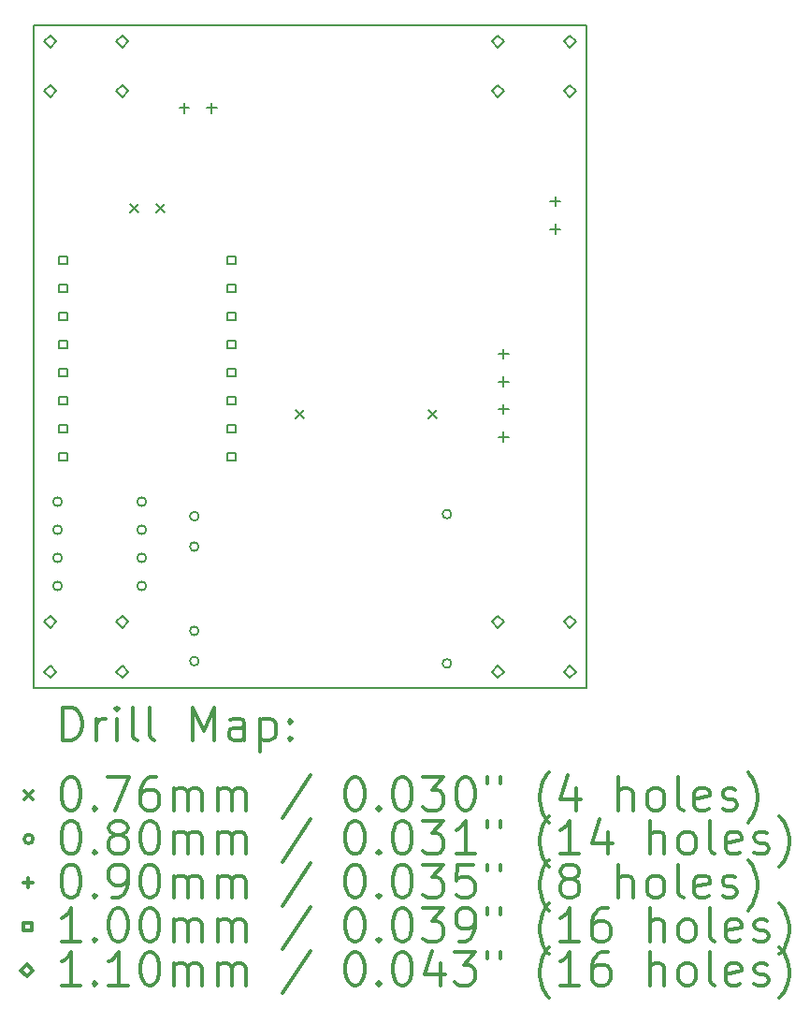
<source format=gbr>
%FSLAX45Y45*%
G04 Gerber Fmt 4.5, Leading zero omitted, Abs format (unit mm)*
G04 Created by KiCad (PCBNEW 4.0.6+dfsg1-1) date Tue Mar 13 10:59:41 2018*
%MOMM*%
%LPD*%
G01*
G04 APERTURE LIST*
%ADD10C,0.127000*%
%ADD11C,0.150000*%
%ADD12C,0.200000*%
%ADD13C,0.300000*%
G04 APERTURE END LIST*
D10*
D11*
X18320000Y-14750000D02*
X18320000Y-8750000D01*
X13320000Y-8750000D02*
X13320000Y-14750000D01*
X13320000Y-14750000D02*
X18320000Y-14750000D01*
X18320000Y-8750000D02*
X13320000Y-8750000D01*
D12*
X14186900Y-10366900D02*
X14263100Y-10443100D01*
X14263100Y-10366900D02*
X14186900Y-10443100D01*
X14426900Y-10366900D02*
X14503100Y-10443100D01*
X14503100Y-10366900D02*
X14426900Y-10443100D01*
X15686900Y-12231900D02*
X15763100Y-12308100D01*
X15763100Y-12231900D02*
X15686900Y-12308100D01*
X16886900Y-12231900D02*
X16963100Y-12308100D01*
X16963100Y-12231900D02*
X16886900Y-12308100D01*
X13573000Y-13063000D02*
G75*
G03X13573000Y-13063000I-40000J0D01*
G01*
X13573000Y-13317000D02*
G75*
G03X13573000Y-13317000I-40000J0D01*
G01*
X13573000Y-13571000D02*
G75*
G03X13573000Y-13571000I-40000J0D01*
G01*
X13573000Y-13825000D02*
G75*
G03X13573000Y-13825000I-40000J0D01*
G01*
X14335000Y-13063000D02*
G75*
G03X14335000Y-13063000I-40000J0D01*
G01*
X14335000Y-13317000D02*
G75*
G03X14335000Y-13317000I-40000J0D01*
G01*
X14335000Y-13571000D02*
G75*
G03X14335000Y-13571000I-40000J0D01*
G01*
X14335000Y-13825000D02*
G75*
G03X14335000Y-13825000I-40000J0D01*
G01*
X14812000Y-13194680D02*
G75*
G03X14812000Y-13194680I-40000J0D01*
G01*
X14812000Y-13469000D02*
G75*
G03X14812000Y-13469000I-40000J0D01*
G01*
X14812000Y-14231000D02*
G75*
G03X14812000Y-14231000I-40000J0D01*
G01*
X14812000Y-14505320D02*
G75*
G03X14812000Y-14505320I-40000J0D01*
G01*
X17098000Y-13174360D02*
G75*
G03X17098000Y-13174360I-40000J0D01*
G01*
X17098000Y-14525640D02*
G75*
G03X17098000Y-14525640I-40000J0D01*
G01*
X14680000Y-9455000D02*
X14680000Y-9545000D01*
X14635000Y-9500000D02*
X14725000Y-9500000D01*
X14930000Y-9455000D02*
X14930000Y-9545000D01*
X14885000Y-9500000D02*
X14975000Y-9500000D01*
X17570000Y-11680000D02*
X17570000Y-11770000D01*
X17525000Y-11725000D02*
X17615000Y-11725000D01*
X17570000Y-11930000D02*
X17570000Y-12020000D01*
X17525000Y-11975000D02*
X17615000Y-11975000D01*
X17570000Y-12180000D02*
X17570000Y-12270000D01*
X17525000Y-12225000D02*
X17615000Y-12225000D01*
X17570000Y-12430000D02*
X17570000Y-12520000D01*
X17525000Y-12475000D02*
X17615000Y-12475000D01*
X18040000Y-10300000D02*
X18040000Y-10390000D01*
X17995000Y-10345000D02*
X18085000Y-10345000D01*
X18040000Y-10550000D02*
X18040000Y-10640000D01*
X17995000Y-10595000D02*
X18085000Y-10595000D01*
X13618356Y-10911356D02*
X13618356Y-10840644D01*
X13547644Y-10840644D01*
X13547644Y-10911356D01*
X13618356Y-10911356D01*
X13618356Y-11165356D02*
X13618356Y-11094644D01*
X13547644Y-11094644D01*
X13547644Y-11165356D01*
X13618356Y-11165356D01*
X13618356Y-11419356D02*
X13618356Y-11348644D01*
X13547644Y-11348644D01*
X13547644Y-11419356D01*
X13618356Y-11419356D01*
X13618356Y-11673356D02*
X13618356Y-11602644D01*
X13547644Y-11602644D01*
X13547644Y-11673356D01*
X13618356Y-11673356D01*
X13618356Y-11927356D02*
X13618356Y-11856644D01*
X13547644Y-11856644D01*
X13547644Y-11927356D01*
X13618356Y-11927356D01*
X13618356Y-12181356D02*
X13618356Y-12110644D01*
X13547644Y-12110644D01*
X13547644Y-12181356D01*
X13618356Y-12181356D01*
X13618356Y-12435356D02*
X13618356Y-12364644D01*
X13547644Y-12364644D01*
X13547644Y-12435356D01*
X13618356Y-12435356D01*
X13618356Y-12689356D02*
X13618356Y-12618644D01*
X13547644Y-12618644D01*
X13547644Y-12689356D01*
X13618356Y-12689356D01*
X15142356Y-10911356D02*
X15142356Y-10840644D01*
X15071644Y-10840644D01*
X15071644Y-10911356D01*
X15142356Y-10911356D01*
X15142356Y-11165356D02*
X15142356Y-11094644D01*
X15071644Y-11094644D01*
X15071644Y-11165356D01*
X15142356Y-11165356D01*
X15142356Y-11419356D02*
X15142356Y-11348644D01*
X15071644Y-11348644D01*
X15071644Y-11419356D01*
X15142356Y-11419356D01*
X15142356Y-11673356D02*
X15142356Y-11602644D01*
X15071644Y-11602644D01*
X15071644Y-11673356D01*
X15142356Y-11673356D01*
X15142356Y-11927356D02*
X15142356Y-11856644D01*
X15071644Y-11856644D01*
X15071644Y-11927356D01*
X15142356Y-11927356D01*
X15142356Y-12181356D02*
X15142356Y-12110644D01*
X15071644Y-12110644D01*
X15071644Y-12181356D01*
X15142356Y-12181356D01*
X15142356Y-12435356D02*
X15142356Y-12364644D01*
X15071644Y-12364644D01*
X15071644Y-12435356D01*
X15142356Y-12435356D01*
X15142356Y-12689356D02*
X15142356Y-12618644D01*
X15071644Y-12618644D01*
X15071644Y-12689356D01*
X15142356Y-12689356D01*
X13470000Y-8955000D02*
X13525000Y-8900000D01*
X13470000Y-8845000D01*
X13415000Y-8900000D01*
X13470000Y-8955000D01*
X13470000Y-9405000D02*
X13525000Y-9350000D01*
X13470000Y-9295000D01*
X13415000Y-9350000D01*
X13470000Y-9405000D01*
X13470000Y-14205000D02*
X13525000Y-14150000D01*
X13470000Y-14095000D01*
X13415000Y-14150000D01*
X13470000Y-14205000D01*
X13470000Y-14655000D02*
X13525000Y-14600000D01*
X13470000Y-14545000D01*
X13415000Y-14600000D01*
X13470000Y-14655000D01*
X14120000Y-8955000D02*
X14175000Y-8900000D01*
X14120000Y-8845000D01*
X14065000Y-8900000D01*
X14120000Y-8955000D01*
X14120000Y-9405000D02*
X14175000Y-9350000D01*
X14120000Y-9295000D01*
X14065000Y-9350000D01*
X14120000Y-9405000D01*
X14120000Y-14205000D02*
X14175000Y-14150000D01*
X14120000Y-14095000D01*
X14065000Y-14150000D01*
X14120000Y-14205000D01*
X14120000Y-14655000D02*
X14175000Y-14600000D01*
X14120000Y-14545000D01*
X14065000Y-14600000D01*
X14120000Y-14655000D01*
X17520000Y-8955000D02*
X17575000Y-8900000D01*
X17520000Y-8845000D01*
X17465000Y-8900000D01*
X17520000Y-8955000D01*
X17520000Y-9405000D02*
X17575000Y-9350000D01*
X17520000Y-9295000D01*
X17465000Y-9350000D01*
X17520000Y-9405000D01*
X17520000Y-14205000D02*
X17575000Y-14150000D01*
X17520000Y-14095000D01*
X17465000Y-14150000D01*
X17520000Y-14205000D01*
X17520000Y-14655000D02*
X17575000Y-14600000D01*
X17520000Y-14545000D01*
X17465000Y-14600000D01*
X17520000Y-14655000D01*
X18170000Y-8955000D02*
X18225000Y-8900000D01*
X18170000Y-8845000D01*
X18115000Y-8900000D01*
X18170000Y-8955000D01*
X18170000Y-9405000D02*
X18225000Y-9350000D01*
X18170000Y-9295000D01*
X18115000Y-9350000D01*
X18170000Y-9405000D01*
X18170000Y-14205000D02*
X18225000Y-14150000D01*
X18170000Y-14095000D01*
X18115000Y-14150000D01*
X18170000Y-14205000D01*
X18170000Y-14655000D02*
X18225000Y-14600000D01*
X18170000Y-14545000D01*
X18115000Y-14600000D01*
X18170000Y-14655000D01*
D13*
X13583928Y-15223214D02*
X13583928Y-14923214D01*
X13655357Y-14923214D01*
X13698214Y-14937500D01*
X13726786Y-14966071D01*
X13741071Y-14994643D01*
X13755357Y-15051786D01*
X13755357Y-15094643D01*
X13741071Y-15151786D01*
X13726786Y-15180357D01*
X13698214Y-15208929D01*
X13655357Y-15223214D01*
X13583928Y-15223214D01*
X13883928Y-15223214D02*
X13883928Y-15023214D01*
X13883928Y-15080357D02*
X13898214Y-15051786D01*
X13912500Y-15037500D01*
X13941071Y-15023214D01*
X13969643Y-15023214D01*
X14069643Y-15223214D02*
X14069643Y-15023214D01*
X14069643Y-14923214D02*
X14055357Y-14937500D01*
X14069643Y-14951786D01*
X14083928Y-14937500D01*
X14069643Y-14923214D01*
X14069643Y-14951786D01*
X14255357Y-15223214D02*
X14226786Y-15208929D01*
X14212500Y-15180357D01*
X14212500Y-14923214D01*
X14412500Y-15223214D02*
X14383928Y-15208929D01*
X14369643Y-15180357D01*
X14369643Y-14923214D01*
X14755357Y-15223214D02*
X14755357Y-14923214D01*
X14855357Y-15137500D01*
X14955357Y-14923214D01*
X14955357Y-15223214D01*
X15226786Y-15223214D02*
X15226786Y-15066071D01*
X15212500Y-15037500D01*
X15183928Y-15023214D01*
X15126786Y-15023214D01*
X15098214Y-15037500D01*
X15226786Y-15208929D02*
X15198214Y-15223214D01*
X15126786Y-15223214D01*
X15098214Y-15208929D01*
X15083928Y-15180357D01*
X15083928Y-15151786D01*
X15098214Y-15123214D01*
X15126786Y-15108929D01*
X15198214Y-15108929D01*
X15226786Y-15094643D01*
X15369643Y-15023214D02*
X15369643Y-15323214D01*
X15369643Y-15037500D02*
X15398214Y-15023214D01*
X15455357Y-15023214D01*
X15483928Y-15037500D01*
X15498214Y-15051786D01*
X15512500Y-15080357D01*
X15512500Y-15166071D01*
X15498214Y-15194643D01*
X15483928Y-15208929D01*
X15455357Y-15223214D01*
X15398214Y-15223214D01*
X15369643Y-15208929D01*
X15641071Y-15194643D02*
X15655357Y-15208929D01*
X15641071Y-15223214D01*
X15626786Y-15208929D01*
X15641071Y-15194643D01*
X15641071Y-15223214D01*
X15641071Y-15037500D02*
X15655357Y-15051786D01*
X15641071Y-15066071D01*
X15626786Y-15051786D01*
X15641071Y-15037500D01*
X15641071Y-15066071D01*
X13236300Y-15679400D02*
X13312500Y-15755600D01*
X13312500Y-15679400D02*
X13236300Y-15755600D01*
X13641071Y-15553214D02*
X13669643Y-15553214D01*
X13698214Y-15567500D01*
X13712500Y-15581786D01*
X13726786Y-15610357D01*
X13741071Y-15667500D01*
X13741071Y-15738929D01*
X13726786Y-15796071D01*
X13712500Y-15824643D01*
X13698214Y-15838929D01*
X13669643Y-15853214D01*
X13641071Y-15853214D01*
X13612500Y-15838929D01*
X13598214Y-15824643D01*
X13583928Y-15796071D01*
X13569643Y-15738929D01*
X13569643Y-15667500D01*
X13583928Y-15610357D01*
X13598214Y-15581786D01*
X13612500Y-15567500D01*
X13641071Y-15553214D01*
X13869643Y-15824643D02*
X13883928Y-15838929D01*
X13869643Y-15853214D01*
X13855357Y-15838929D01*
X13869643Y-15824643D01*
X13869643Y-15853214D01*
X13983928Y-15553214D02*
X14183928Y-15553214D01*
X14055357Y-15853214D01*
X14426786Y-15553214D02*
X14369643Y-15553214D01*
X14341071Y-15567500D01*
X14326786Y-15581786D01*
X14298214Y-15624643D01*
X14283928Y-15681786D01*
X14283928Y-15796071D01*
X14298214Y-15824643D01*
X14312500Y-15838929D01*
X14341071Y-15853214D01*
X14398214Y-15853214D01*
X14426786Y-15838929D01*
X14441071Y-15824643D01*
X14455357Y-15796071D01*
X14455357Y-15724643D01*
X14441071Y-15696071D01*
X14426786Y-15681786D01*
X14398214Y-15667500D01*
X14341071Y-15667500D01*
X14312500Y-15681786D01*
X14298214Y-15696071D01*
X14283928Y-15724643D01*
X14583928Y-15853214D02*
X14583928Y-15653214D01*
X14583928Y-15681786D02*
X14598214Y-15667500D01*
X14626786Y-15653214D01*
X14669643Y-15653214D01*
X14698214Y-15667500D01*
X14712500Y-15696071D01*
X14712500Y-15853214D01*
X14712500Y-15696071D02*
X14726786Y-15667500D01*
X14755357Y-15653214D01*
X14798214Y-15653214D01*
X14826786Y-15667500D01*
X14841071Y-15696071D01*
X14841071Y-15853214D01*
X14983928Y-15853214D02*
X14983928Y-15653214D01*
X14983928Y-15681786D02*
X14998214Y-15667500D01*
X15026786Y-15653214D01*
X15069643Y-15653214D01*
X15098214Y-15667500D01*
X15112500Y-15696071D01*
X15112500Y-15853214D01*
X15112500Y-15696071D02*
X15126786Y-15667500D01*
X15155357Y-15653214D01*
X15198214Y-15653214D01*
X15226786Y-15667500D01*
X15241071Y-15696071D01*
X15241071Y-15853214D01*
X15826786Y-15538929D02*
X15569643Y-15924643D01*
X16212500Y-15553214D02*
X16241071Y-15553214D01*
X16269643Y-15567500D01*
X16283928Y-15581786D01*
X16298214Y-15610357D01*
X16312500Y-15667500D01*
X16312500Y-15738929D01*
X16298214Y-15796071D01*
X16283928Y-15824643D01*
X16269643Y-15838929D01*
X16241071Y-15853214D01*
X16212500Y-15853214D01*
X16183928Y-15838929D01*
X16169643Y-15824643D01*
X16155357Y-15796071D01*
X16141071Y-15738929D01*
X16141071Y-15667500D01*
X16155357Y-15610357D01*
X16169643Y-15581786D01*
X16183928Y-15567500D01*
X16212500Y-15553214D01*
X16441071Y-15824643D02*
X16455357Y-15838929D01*
X16441071Y-15853214D01*
X16426786Y-15838929D01*
X16441071Y-15824643D01*
X16441071Y-15853214D01*
X16641071Y-15553214D02*
X16669643Y-15553214D01*
X16698214Y-15567500D01*
X16712500Y-15581786D01*
X16726785Y-15610357D01*
X16741071Y-15667500D01*
X16741071Y-15738929D01*
X16726785Y-15796071D01*
X16712500Y-15824643D01*
X16698214Y-15838929D01*
X16669643Y-15853214D01*
X16641071Y-15853214D01*
X16612500Y-15838929D01*
X16598214Y-15824643D01*
X16583928Y-15796071D01*
X16569643Y-15738929D01*
X16569643Y-15667500D01*
X16583928Y-15610357D01*
X16598214Y-15581786D01*
X16612500Y-15567500D01*
X16641071Y-15553214D01*
X16841071Y-15553214D02*
X17026786Y-15553214D01*
X16926786Y-15667500D01*
X16969643Y-15667500D01*
X16998214Y-15681786D01*
X17012500Y-15696071D01*
X17026786Y-15724643D01*
X17026786Y-15796071D01*
X17012500Y-15824643D01*
X16998214Y-15838929D01*
X16969643Y-15853214D01*
X16883928Y-15853214D01*
X16855357Y-15838929D01*
X16841071Y-15824643D01*
X17212500Y-15553214D02*
X17241071Y-15553214D01*
X17269643Y-15567500D01*
X17283928Y-15581786D01*
X17298214Y-15610357D01*
X17312500Y-15667500D01*
X17312500Y-15738929D01*
X17298214Y-15796071D01*
X17283928Y-15824643D01*
X17269643Y-15838929D01*
X17241071Y-15853214D01*
X17212500Y-15853214D01*
X17183928Y-15838929D01*
X17169643Y-15824643D01*
X17155357Y-15796071D01*
X17141071Y-15738929D01*
X17141071Y-15667500D01*
X17155357Y-15610357D01*
X17169643Y-15581786D01*
X17183928Y-15567500D01*
X17212500Y-15553214D01*
X17426786Y-15553214D02*
X17426786Y-15610357D01*
X17541071Y-15553214D02*
X17541071Y-15610357D01*
X17983928Y-15967500D02*
X17969643Y-15953214D01*
X17941071Y-15910357D01*
X17926786Y-15881786D01*
X17912500Y-15838929D01*
X17898214Y-15767500D01*
X17898214Y-15710357D01*
X17912500Y-15638929D01*
X17926786Y-15596071D01*
X17941071Y-15567500D01*
X17969643Y-15524643D01*
X17983928Y-15510357D01*
X18226786Y-15653214D02*
X18226786Y-15853214D01*
X18155357Y-15538929D02*
X18083928Y-15753214D01*
X18269643Y-15753214D01*
X18612500Y-15853214D02*
X18612500Y-15553214D01*
X18741071Y-15853214D02*
X18741071Y-15696071D01*
X18726786Y-15667500D01*
X18698214Y-15653214D01*
X18655357Y-15653214D01*
X18626786Y-15667500D01*
X18612500Y-15681786D01*
X18926786Y-15853214D02*
X18898214Y-15838929D01*
X18883928Y-15824643D01*
X18869643Y-15796071D01*
X18869643Y-15710357D01*
X18883928Y-15681786D01*
X18898214Y-15667500D01*
X18926786Y-15653214D01*
X18969643Y-15653214D01*
X18998214Y-15667500D01*
X19012500Y-15681786D01*
X19026786Y-15710357D01*
X19026786Y-15796071D01*
X19012500Y-15824643D01*
X18998214Y-15838929D01*
X18969643Y-15853214D01*
X18926786Y-15853214D01*
X19198214Y-15853214D02*
X19169643Y-15838929D01*
X19155357Y-15810357D01*
X19155357Y-15553214D01*
X19426786Y-15838929D02*
X19398214Y-15853214D01*
X19341071Y-15853214D01*
X19312500Y-15838929D01*
X19298214Y-15810357D01*
X19298214Y-15696071D01*
X19312500Y-15667500D01*
X19341071Y-15653214D01*
X19398214Y-15653214D01*
X19426786Y-15667500D01*
X19441071Y-15696071D01*
X19441071Y-15724643D01*
X19298214Y-15753214D01*
X19555357Y-15838929D02*
X19583929Y-15853214D01*
X19641071Y-15853214D01*
X19669643Y-15838929D01*
X19683929Y-15810357D01*
X19683929Y-15796071D01*
X19669643Y-15767500D01*
X19641071Y-15753214D01*
X19598214Y-15753214D01*
X19569643Y-15738929D01*
X19555357Y-15710357D01*
X19555357Y-15696071D01*
X19569643Y-15667500D01*
X19598214Y-15653214D01*
X19641071Y-15653214D01*
X19669643Y-15667500D01*
X19783928Y-15967500D02*
X19798214Y-15953214D01*
X19826786Y-15910357D01*
X19841071Y-15881786D01*
X19855357Y-15838929D01*
X19869643Y-15767500D01*
X19869643Y-15710357D01*
X19855357Y-15638929D01*
X19841071Y-15596071D01*
X19826786Y-15567500D01*
X19798214Y-15524643D01*
X19783928Y-15510357D01*
X13312500Y-16113500D02*
G75*
G03X13312500Y-16113500I-40000J0D01*
G01*
X13641071Y-15949214D02*
X13669643Y-15949214D01*
X13698214Y-15963500D01*
X13712500Y-15977786D01*
X13726786Y-16006357D01*
X13741071Y-16063500D01*
X13741071Y-16134929D01*
X13726786Y-16192071D01*
X13712500Y-16220643D01*
X13698214Y-16234929D01*
X13669643Y-16249214D01*
X13641071Y-16249214D01*
X13612500Y-16234929D01*
X13598214Y-16220643D01*
X13583928Y-16192071D01*
X13569643Y-16134929D01*
X13569643Y-16063500D01*
X13583928Y-16006357D01*
X13598214Y-15977786D01*
X13612500Y-15963500D01*
X13641071Y-15949214D01*
X13869643Y-16220643D02*
X13883928Y-16234929D01*
X13869643Y-16249214D01*
X13855357Y-16234929D01*
X13869643Y-16220643D01*
X13869643Y-16249214D01*
X14055357Y-16077786D02*
X14026786Y-16063500D01*
X14012500Y-16049214D01*
X13998214Y-16020643D01*
X13998214Y-16006357D01*
X14012500Y-15977786D01*
X14026786Y-15963500D01*
X14055357Y-15949214D01*
X14112500Y-15949214D01*
X14141071Y-15963500D01*
X14155357Y-15977786D01*
X14169643Y-16006357D01*
X14169643Y-16020643D01*
X14155357Y-16049214D01*
X14141071Y-16063500D01*
X14112500Y-16077786D01*
X14055357Y-16077786D01*
X14026786Y-16092071D01*
X14012500Y-16106357D01*
X13998214Y-16134929D01*
X13998214Y-16192071D01*
X14012500Y-16220643D01*
X14026786Y-16234929D01*
X14055357Y-16249214D01*
X14112500Y-16249214D01*
X14141071Y-16234929D01*
X14155357Y-16220643D01*
X14169643Y-16192071D01*
X14169643Y-16134929D01*
X14155357Y-16106357D01*
X14141071Y-16092071D01*
X14112500Y-16077786D01*
X14355357Y-15949214D02*
X14383928Y-15949214D01*
X14412500Y-15963500D01*
X14426786Y-15977786D01*
X14441071Y-16006357D01*
X14455357Y-16063500D01*
X14455357Y-16134929D01*
X14441071Y-16192071D01*
X14426786Y-16220643D01*
X14412500Y-16234929D01*
X14383928Y-16249214D01*
X14355357Y-16249214D01*
X14326786Y-16234929D01*
X14312500Y-16220643D01*
X14298214Y-16192071D01*
X14283928Y-16134929D01*
X14283928Y-16063500D01*
X14298214Y-16006357D01*
X14312500Y-15977786D01*
X14326786Y-15963500D01*
X14355357Y-15949214D01*
X14583928Y-16249214D02*
X14583928Y-16049214D01*
X14583928Y-16077786D02*
X14598214Y-16063500D01*
X14626786Y-16049214D01*
X14669643Y-16049214D01*
X14698214Y-16063500D01*
X14712500Y-16092071D01*
X14712500Y-16249214D01*
X14712500Y-16092071D02*
X14726786Y-16063500D01*
X14755357Y-16049214D01*
X14798214Y-16049214D01*
X14826786Y-16063500D01*
X14841071Y-16092071D01*
X14841071Y-16249214D01*
X14983928Y-16249214D02*
X14983928Y-16049214D01*
X14983928Y-16077786D02*
X14998214Y-16063500D01*
X15026786Y-16049214D01*
X15069643Y-16049214D01*
X15098214Y-16063500D01*
X15112500Y-16092071D01*
X15112500Y-16249214D01*
X15112500Y-16092071D02*
X15126786Y-16063500D01*
X15155357Y-16049214D01*
X15198214Y-16049214D01*
X15226786Y-16063500D01*
X15241071Y-16092071D01*
X15241071Y-16249214D01*
X15826786Y-15934929D02*
X15569643Y-16320643D01*
X16212500Y-15949214D02*
X16241071Y-15949214D01*
X16269643Y-15963500D01*
X16283928Y-15977786D01*
X16298214Y-16006357D01*
X16312500Y-16063500D01*
X16312500Y-16134929D01*
X16298214Y-16192071D01*
X16283928Y-16220643D01*
X16269643Y-16234929D01*
X16241071Y-16249214D01*
X16212500Y-16249214D01*
X16183928Y-16234929D01*
X16169643Y-16220643D01*
X16155357Y-16192071D01*
X16141071Y-16134929D01*
X16141071Y-16063500D01*
X16155357Y-16006357D01*
X16169643Y-15977786D01*
X16183928Y-15963500D01*
X16212500Y-15949214D01*
X16441071Y-16220643D02*
X16455357Y-16234929D01*
X16441071Y-16249214D01*
X16426786Y-16234929D01*
X16441071Y-16220643D01*
X16441071Y-16249214D01*
X16641071Y-15949214D02*
X16669643Y-15949214D01*
X16698214Y-15963500D01*
X16712500Y-15977786D01*
X16726785Y-16006357D01*
X16741071Y-16063500D01*
X16741071Y-16134929D01*
X16726785Y-16192071D01*
X16712500Y-16220643D01*
X16698214Y-16234929D01*
X16669643Y-16249214D01*
X16641071Y-16249214D01*
X16612500Y-16234929D01*
X16598214Y-16220643D01*
X16583928Y-16192071D01*
X16569643Y-16134929D01*
X16569643Y-16063500D01*
X16583928Y-16006357D01*
X16598214Y-15977786D01*
X16612500Y-15963500D01*
X16641071Y-15949214D01*
X16841071Y-15949214D02*
X17026786Y-15949214D01*
X16926786Y-16063500D01*
X16969643Y-16063500D01*
X16998214Y-16077786D01*
X17012500Y-16092071D01*
X17026786Y-16120643D01*
X17026786Y-16192071D01*
X17012500Y-16220643D01*
X16998214Y-16234929D01*
X16969643Y-16249214D01*
X16883928Y-16249214D01*
X16855357Y-16234929D01*
X16841071Y-16220643D01*
X17312500Y-16249214D02*
X17141071Y-16249214D01*
X17226786Y-16249214D02*
X17226786Y-15949214D01*
X17198214Y-15992071D01*
X17169643Y-16020643D01*
X17141071Y-16034929D01*
X17426786Y-15949214D02*
X17426786Y-16006357D01*
X17541071Y-15949214D02*
X17541071Y-16006357D01*
X17983928Y-16363500D02*
X17969643Y-16349214D01*
X17941071Y-16306357D01*
X17926786Y-16277786D01*
X17912500Y-16234929D01*
X17898214Y-16163500D01*
X17898214Y-16106357D01*
X17912500Y-16034929D01*
X17926786Y-15992071D01*
X17941071Y-15963500D01*
X17969643Y-15920643D01*
X17983928Y-15906357D01*
X18255357Y-16249214D02*
X18083928Y-16249214D01*
X18169643Y-16249214D02*
X18169643Y-15949214D01*
X18141071Y-15992071D01*
X18112500Y-16020643D01*
X18083928Y-16034929D01*
X18512500Y-16049214D02*
X18512500Y-16249214D01*
X18441071Y-15934929D02*
X18369643Y-16149214D01*
X18555357Y-16149214D01*
X18898214Y-16249214D02*
X18898214Y-15949214D01*
X19026786Y-16249214D02*
X19026786Y-16092071D01*
X19012500Y-16063500D01*
X18983928Y-16049214D01*
X18941071Y-16049214D01*
X18912500Y-16063500D01*
X18898214Y-16077786D01*
X19212500Y-16249214D02*
X19183928Y-16234929D01*
X19169643Y-16220643D01*
X19155357Y-16192071D01*
X19155357Y-16106357D01*
X19169643Y-16077786D01*
X19183928Y-16063500D01*
X19212500Y-16049214D01*
X19255357Y-16049214D01*
X19283928Y-16063500D01*
X19298214Y-16077786D01*
X19312500Y-16106357D01*
X19312500Y-16192071D01*
X19298214Y-16220643D01*
X19283928Y-16234929D01*
X19255357Y-16249214D01*
X19212500Y-16249214D01*
X19483928Y-16249214D02*
X19455357Y-16234929D01*
X19441071Y-16206357D01*
X19441071Y-15949214D01*
X19712500Y-16234929D02*
X19683929Y-16249214D01*
X19626786Y-16249214D01*
X19598214Y-16234929D01*
X19583929Y-16206357D01*
X19583929Y-16092071D01*
X19598214Y-16063500D01*
X19626786Y-16049214D01*
X19683929Y-16049214D01*
X19712500Y-16063500D01*
X19726786Y-16092071D01*
X19726786Y-16120643D01*
X19583929Y-16149214D01*
X19841071Y-16234929D02*
X19869643Y-16249214D01*
X19926786Y-16249214D01*
X19955357Y-16234929D01*
X19969643Y-16206357D01*
X19969643Y-16192071D01*
X19955357Y-16163500D01*
X19926786Y-16149214D01*
X19883929Y-16149214D01*
X19855357Y-16134929D01*
X19841071Y-16106357D01*
X19841071Y-16092071D01*
X19855357Y-16063500D01*
X19883929Y-16049214D01*
X19926786Y-16049214D01*
X19955357Y-16063500D01*
X20069643Y-16363500D02*
X20083929Y-16349214D01*
X20112500Y-16306357D01*
X20126786Y-16277786D01*
X20141071Y-16234929D01*
X20155357Y-16163500D01*
X20155357Y-16106357D01*
X20141071Y-16034929D01*
X20126786Y-15992071D01*
X20112500Y-15963500D01*
X20083929Y-15920643D01*
X20069643Y-15906357D01*
X13267500Y-16464500D02*
X13267500Y-16554500D01*
X13222500Y-16509500D02*
X13312500Y-16509500D01*
X13641071Y-16345214D02*
X13669643Y-16345214D01*
X13698214Y-16359500D01*
X13712500Y-16373786D01*
X13726786Y-16402357D01*
X13741071Y-16459500D01*
X13741071Y-16530929D01*
X13726786Y-16588071D01*
X13712500Y-16616643D01*
X13698214Y-16630929D01*
X13669643Y-16645214D01*
X13641071Y-16645214D01*
X13612500Y-16630929D01*
X13598214Y-16616643D01*
X13583928Y-16588071D01*
X13569643Y-16530929D01*
X13569643Y-16459500D01*
X13583928Y-16402357D01*
X13598214Y-16373786D01*
X13612500Y-16359500D01*
X13641071Y-16345214D01*
X13869643Y-16616643D02*
X13883928Y-16630929D01*
X13869643Y-16645214D01*
X13855357Y-16630929D01*
X13869643Y-16616643D01*
X13869643Y-16645214D01*
X14026786Y-16645214D02*
X14083928Y-16645214D01*
X14112500Y-16630929D01*
X14126786Y-16616643D01*
X14155357Y-16573786D01*
X14169643Y-16516643D01*
X14169643Y-16402357D01*
X14155357Y-16373786D01*
X14141071Y-16359500D01*
X14112500Y-16345214D01*
X14055357Y-16345214D01*
X14026786Y-16359500D01*
X14012500Y-16373786D01*
X13998214Y-16402357D01*
X13998214Y-16473786D01*
X14012500Y-16502357D01*
X14026786Y-16516643D01*
X14055357Y-16530929D01*
X14112500Y-16530929D01*
X14141071Y-16516643D01*
X14155357Y-16502357D01*
X14169643Y-16473786D01*
X14355357Y-16345214D02*
X14383928Y-16345214D01*
X14412500Y-16359500D01*
X14426786Y-16373786D01*
X14441071Y-16402357D01*
X14455357Y-16459500D01*
X14455357Y-16530929D01*
X14441071Y-16588071D01*
X14426786Y-16616643D01*
X14412500Y-16630929D01*
X14383928Y-16645214D01*
X14355357Y-16645214D01*
X14326786Y-16630929D01*
X14312500Y-16616643D01*
X14298214Y-16588071D01*
X14283928Y-16530929D01*
X14283928Y-16459500D01*
X14298214Y-16402357D01*
X14312500Y-16373786D01*
X14326786Y-16359500D01*
X14355357Y-16345214D01*
X14583928Y-16645214D02*
X14583928Y-16445214D01*
X14583928Y-16473786D02*
X14598214Y-16459500D01*
X14626786Y-16445214D01*
X14669643Y-16445214D01*
X14698214Y-16459500D01*
X14712500Y-16488071D01*
X14712500Y-16645214D01*
X14712500Y-16488071D02*
X14726786Y-16459500D01*
X14755357Y-16445214D01*
X14798214Y-16445214D01*
X14826786Y-16459500D01*
X14841071Y-16488071D01*
X14841071Y-16645214D01*
X14983928Y-16645214D02*
X14983928Y-16445214D01*
X14983928Y-16473786D02*
X14998214Y-16459500D01*
X15026786Y-16445214D01*
X15069643Y-16445214D01*
X15098214Y-16459500D01*
X15112500Y-16488071D01*
X15112500Y-16645214D01*
X15112500Y-16488071D02*
X15126786Y-16459500D01*
X15155357Y-16445214D01*
X15198214Y-16445214D01*
X15226786Y-16459500D01*
X15241071Y-16488071D01*
X15241071Y-16645214D01*
X15826786Y-16330929D02*
X15569643Y-16716643D01*
X16212500Y-16345214D02*
X16241071Y-16345214D01*
X16269643Y-16359500D01*
X16283928Y-16373786D01*
X16298214Y-16402357D01*
X16312500Y-16459500D01*
X16312500Y-16530929D01*
X16298214Y-16588071D01*
X16283928Y-16616643D01*
X16269643Y-16630929D01*
X16241071Y-16645214D01*
X16212500Y-16645214D01*
X16183928Y-16630929D01*
X16169643Y-16616643D01*
X16155357Y-16588071D01*
X16141071Y-16530929D01*
X16141071Y-16459500D01*
X16155357Y-16402357D01*
X16169643Y-16373786D01*
X16183928Y-16359500D01*
X16212500Y-16345214D01*
X16441071Y-16616643D02*
X16455357Y-16630929D01*
X16441071Y-16645214D01*
X16426786Y-16630929D01*
X16441071Y-16616643D01*
X16441071Y-16645214D01*
X16641071Y-16345214D02*
X16669643Y-16345214D01*
X16698214Y-16359500D01*
X16712500Y-16373786D01*
X16726785Y-16402357D01*
X16741071Y-16459500D01*
X16741071Y-16530929D01*
X16726785Y-16588071D01*
X16712500Y-16616643D01*
X16698214Y-16630929D01*
X16669643Y-16645214D01*
X16641071Y-16645214D01*
X16612500Y-16630929D01*
X16598214Y-16616643D01*
X16583928Y-16588071D01*
X16569643Y-16530929D01*
X16569643Y-16459500D01*
X16583928Y-16402357D01*
X16598214Y-16373786D01*
X16612500Y-16359500D01*
X16641071Y-16345214D01*
X16841071Y-16345214D02*
X17026786Y-16345214D01*
X16926786Y-16459500D01*
X16969643Y-16459500D01*
X16998214Y-16473786D01*
X17012500Y-16488071D01*
X17026786Y-16516643D01*
X17026786Y-16588071D01*
X17012500Y-16616643D01*
X16998214Y-16630929D01*
X16969643Y-16645214D01*
X16883928Y-16645214D01*
X16855357Y-16630929D01*
X16841071Y-16616643D01*
X17298214Y-16345214D02*
X17155357Y-16345214D01*
X17141071Y-16488071D01*
X17155357Y-16473786D01*
X17183928Y-16459500D01*
X17255357Y-16459500D01*
X17283928Y-16473786D01*
X17298214Y-16488071D01*
X17312500Y-16516643D01*
X17312500Y-16588071D01*
X17298214Y-16616643D01*
X17283928Y-16630929D01*
X17255357Y-16645214D01*
X17183928Y-16645214D01*
X17155357Y-16630929D01*
X17141071Y-16616643D01*
X17426786Y-16345214D02*
X17426786Y-16402357D01*
X17541071Y-16345214D02*
X17541071Y-16402357D01*
X17983928Y-16759500D02*
X17969643Y-16745214D01*
X17941071Y-16702357D01*
X17926786Y-16673786D01*
X17912500Y-16630929D01*
X17898214Y-16559500D01*
X17898214Y-16502357D01*
X17912500Y-16430929D01*
X17926786Y-16388071D01*
X17941071Y-16359500D01*
X17969643Y-16316643D01*
X17983928Y-16302357D01*
X18141071Y-16473786D02*
X18112500Y-16459500D01*
X18098214Y-16445214D01*
X18083928Y-16416643D01*
X18083928Y-16402357D01*
X18098214Y-16373786D01*
X18112500Y-16359500D01*
X18141071Y-16345214D01*
X18198214Y-16345214D01*
X18226786Y-16359500D01*
X18241071Y-16373786D01*
X18255357Y-16402357D01*
X18255357Y-16416643D01*
X18241071Y-16445214D01*
X18226786Y-16459500D01*
X18198214Y-16473786D01*
X18141071Y-16473786D01*
X18112500Y-16488071D01*
X18098214Y-16502357D01*
X18083928Y-16530929D01*
X18083928Y-16588071D01*
X18098214Y-16616643D01*
X18112500Y-16630929D01*
X18141071Y-16645214D01*
X18198214Y-16645214D01*
X18226786Y-16630929D01*
X18241071Y-16616643D01*
X18255357Y-16588071D01*
X18255357Y-16530929D01*
X18241071Y-16502357D01*
X18226786Y-16488071D01*
X18198214Y-16473786D01*
X18612500Y-16645214D02*
X18612500Y-16345214D01*
X18741071Y-16645214D02*
X18741071Y-16488071D01*
X18726786Y-16459500D01*
X18698214Y-16445214D01*
X18655357Y-16445214D01*
X18626786Y-16459500D01*
X18612500Y-16473786D01*
X18926786Y-16645214D02*
X18898214Y-16630929D01*
X18883928Y-16616643D01*
X18869643Y-16588071D01*
X18869643Y-16502357D01*
X18883928Y-16473786D01*
X18898214Y-16459500D01*
X18926786Y-16445214D01*
X18969643Y-16445214D01*
X18998214Y-16459500D01*
X19012500Y-16473786D01*
X19026786Y-16502357D01*
X19026786Y-16588071D01*
X19012500Y-16616643D01*
X18998214Y-16630929D01*
X18969643Y-16645214D01*
X18926786Y-16645214D01*
X19198214Y-16645214D02*
X19169643Y-16630929D01*
X19155357Y-16602357D01*
X19155357Y-16345214D01*
X19426786Y-16630929D02*
X19398214Y-16645214D01*
X19341071Y-16645214D01*
X19312500Y-16630929D01*
X19298214Y-16602357D01*
X19298214Y-16488071D01*
X19312500Y-16459500D01*
X19341071Y-16445214D01*
X19398214Y-16445214D01*
X19426786Y-16459500D01*
X19441071Y-16488071D01*
X19441071Y-16516643D01*
X19298214Y-16545214D01*
X19555357Y-16630929D02*
X19583929Y-16645214D01*
X19641071Y-16645214D01*
X19669643Y-16630929D01*
X19683929Y-16602357D01*
X19683929Y-16588071D01*
X19669643Y-16559500D01*
X19641071Y-16545214D01*
X19598214Y-16545214D01*
X19569643Y-16530929D01*
X19555357Y-16502357D01*
X19555357Y-16488071D01*
X19569643Y-16459500D01*
X19598214Y-16445214D01*
X19641071Y-16445214D01*
X19669643Y-16459500D01*
X19783928Y-16759500D02*
X19798214Y-16745214D01*
X19826786Y-16702357D01*
X19841071Y-16673786D01*
X19855357Y-16630929D01*
X19869643Y-16559500D01*
X19869643Y-16502357D01*
X19855357Y-16430929D01*
X19841071Y-16388071D01*
X19826786Y-16359500D01*
X19798214Y-16316643D01*
X19783928Y-16302357D01*
X13297856Y-16940856D02*
X13297856Y-16870144D01*
X13227144Y-16870144D01*
X13227144Y-16940856D01*
X13297856Y-16940856D01*
X13741071Y-17041214D02*
X13569643Y-17041214D01*
X13655357Y-17041214D02*
X13655357Y-16741214D01*
X13626786Y-16784072D01*
X13598214Y-16812643D01*
X13569643Y-16826929D01*
X13869643Y-17012643D02*
X13883928Y-17026929D01*
X13869643Y-17041214D01*
X13855357Y-17026929D01*
X13869643Y-17012643D01*
X13869643Y-17041214D01*
X14069643Y-16741214D02*
X14098214Y-16741214D01*
X14126786Y-16755500D01*
X14141071Y-16769786D01*
X14155357Y-16798357D01*
X14169643Y-16855500D01*
X14169643Y-16926929D01*
X14155357Y-16984072D01*
X14141071Y-17012643D01*
X14126786Y-17026929D01*
X14098214Y-17041214D01*
X14069643Y-17041214D01*
X14041071Y-17026929D01*
X14026786Y-17012643D01*
X14012500Y-16984072D01*
X13998214Y-16926929D01*
X13998214Y-16855500D01*
X14012500Y-16798357D01*
X14026786Y-16769786D01*
X14041071Y-16755500D01*
X14069643Y-16741214D01*
X14355357Y-16741214D02*
X14383928Y-16741214D01*
X14412500Y-16755500D01*
X14426786Y-16769786D01*
X14441071Y-16798357D01*
X14455357Y-16855500D01*
X14455357Y-16926929D01*
X14441071Y-16984072D01*
X14426786Y-17012643D01*
X14412500Y-17026929D01*
X14383928Y-17041214D01*
X14355357Y-17041214D01*
X14326786Y-17026929D01*
X14312500Y-17012643D01*
X14298214Y-16984072D01*
X14283928Y-16926929D01*
X14283928Y-16855500D01*
X14298214Y-16798357D01*
X14312500Y-16769786D01*
X14326786Y-16755500D01*
X14355357Y-16741214D01*
X14583928Y-17041214D02*
X14583928Y-16841214D01*
X14583928Y-16869786D02*
X14598214Y-16855500D01*
X14626786Y-16841214D01*
X14669643Y-16841214D01*
X14698214Y-16855500D01*
X14712500Y-16884072D01*
X14712500Y-17041214D01*
X14712500Y-16884072D02*
X14726786Y-16855500D01*
X14755357Y-16841214D01*
X14798214Y-16841214D01*
X14826786Y-16855500D01*
X14841071Y-16884072D01*
X14841071Y-17041214D01*
X14983928Y-17041214D02*
X14983928Y-16841214D01*
X14983928Y-16869786D02*
X14998214Y-16855500D01*
X15026786Y-16841214D01*
X15069643Y-16841214D01*
X15098214Y-16855500D01*
X15112500Y-16884072D01*
X15112500Y-17041214D01*
X15112500Y-16884072D02*
X15126786Y-16855500D01*
X15155357Y-16841214D01*
X15198214Y-16841214D01*
X15226786Y-16855500D01*
X15241071Y-16884072D01*
X15241071Y-17041214D01*
X15826786Y-16726929D02*
X15569643Y-17112643D01*
X16212500Y-16741214D02*
X16241071Y-16741214D01*
X16269643Y-16755500D01*
X16283928Y-16769786D01*
X16298214Y-16798357D01*
X16312500Y-16855500D01*
X16312500Y-16926929D01*
X16298214Y-16984072D01*
X16283928Y-17012643D01*
X16269643Y-17026929D01*
X16241071Y-17041214D01*
X16212500Y-17041214D01*
X16183928Y-17026929D01*
X16169643Y-17012643D01*
X16155357Y-16984072D01*
X16141071Y-16926929D01*
X16141071Y-16855500D01*
X16155357Y-16798357D01*
X16169643Y-16769786D01*
X16183928Y-16755500D01*
X16212500Y-16741214D01*
X16441071Y-17012643D02*
X16455357Y-17026929D01*
X16441071Y-17041214D01*
X16426786Y-17026929D01*
X16441071Y-17012643D01*
X16441071Y-17041214D01*
X16641071Y-16741214D02*
X16669643Y-16741214D01*
X16698214Y-16755500D01*
X16712500Y-16769786D01*
X16726785Y-16798357D01*
X16741071Y-16855500D01*
X16741071Y-16926929D01*
X16726785Y-16984072D01*
X16712500Y-17012643D01*
X16698214Y-17026929D01*
X16669643Y-17041214D01*
X16641071Y-17041214D01*
X16612500Y-17026929D01*
X16598214Y-17012643D01*
X16583928Y-16984072D01*
X16569643Y-16926929D01*
X16569643Y-16855500D01*
X16583928Y-16798357D01*
X16598214Y-16769786D01*
X16612500Y-16755500D01*
X16641071Y-16741214D01*
X16841071Y-16741214D02*
X17026786Y-16741214D01*
X16926786Y-16855500D01*
X16969643Y-16855500D01*
X16998214Y-16869786D01*
X17012500Y-16884072D01*
X17026786Y-16912643D01*
X17026786Y-16984072D01*
X17012500Y-17012643D01*
X16998214Y-17026929D01*
X16969643Y-17041214D01*
X16883928Y-17041214D01*
X16855357Y-17026929D01*
X16841071Y-17012643D01*
X17169643Y-17041214D02*
X17226786Y-17041214D01*
X17255357Y-17026929D01*
X17269643Y-17012643D01*
X17298214Y-16969786D01*
X17312500Y-16912643D01*
X17312500Y-16798357D01*
X17298214Y-16769786D01*
X17283928Y-16755500D01*
X17255357Y-16741214D01*
X17198214Y-16741214D01*
X17169643Y-16755500D01*
X17155357Y-16769786D01*
X17141071Y-16798357D01*
X17141071Y-16869786D01*
X17155357Y-16898357D01*
X17169643Y-16912643D01*
X17198214Y-16926929D01*
X17255357Y-16926929D01*
X17283928Y-16912643D01*
X17298214Y-16898357D01*
X17312500Y-16869786D01*
X17426786Y-16741214D02*
X17426786Y-16798357D01*
X17541071Y-16741214D02*
X17541071Y-16798357D01*
X17983928Y-17155500D02*
X17969643Y-17141214D01*
X17941071Y-17098357D01*
X17926786Y-17069786D01*
X17912500Y-17026929D01*
X17898214Y-16955500D01*
X17898214Y-16898357D01*
X17912500Y-16826929D01*
X17926786Y-16784072D01*
X17941071Y-16755500D01*
X17969643Y-16712643D01*
X17983928Y-16698357D01*
X18255357Y-17041214D02*
X18083928Y-17041214D01*
X18169643Y-17041214D02*
X18169643Y-16741214D01*
X18141071Y-16784072D01*
X18112500Y-16812643D01*
X18083928Y-16826929D01*
X18512500Y-16741214D02*
X18455357Y-16741214D01*
X18426786Y-16755500D01*
X18412500Y-16769786D01*
X18383928Y-16812643D01*
X18369643Y-16869786D01*
X18369643Y-16984072D01*
X18383928Y-17012643D01*
X18398214Y-17026929D01*
X18426786Y-17041214D01*
X18483928Y-17041214D01*
X18512500Y-17026929D01*
X18526786Y-17012643D01*
X18541071Y-16984072D01*
X18541071Y-16912643D01*
X18526786Y-16884072D01*
X18512500Y-16869786D01*
X18483928Y-16855500D01*
X18426786Y-16855500D01*
X18398214Y-16869786D01*
X18383928Y-16884072D01*
X18369643Y-16912643D01*
X18898214Y-17041214D02*
X18898214Y-16741214D01*
X19026786Y-17041214D02*
X19026786Y-16884072D01*
X19012500Y-16855500D01*
X18983928Y-16841214D01*
X18941071Y-16841214D01*
X18912500Y-16855500D01*
X18898214Y-16869786D01*
X19212500Y-17041214D02*
X19183928Y-17026929D01*
X19169643Y-17012643D01*
X19155357Y-16984072D01*
X19155357Y-16898357D01*
X19169643Y-16869786D01*
X19183928Y-16855500D01*
X19212500Y-16841214D01*
X19255357Y-16841214D01*
X19283928Y-16855500D01*
X19298214Y-16869786D01*
X19312500Y-16898357D01*
X19312500Y-16984072D01*
X19298214Y-17012643D01*
X19283928Y-17026929D01*
X19255357Y-17041214D01*
X19212500Y-17041214D01*
X19483928Y-17041214D02*
X19455357Y-17026929D01*
X19441071Y-16998357D01*
X19441071Y-16741214D01*
X19712500Y-17026929D02*
X19683929Y-17041214D01*
X19626786Y-17041214D01*
X19598214Y-17026929D01*
X19583929Y-16998357D01*
X19583929Y-16884072D01*
X19598214Y-16855500D01*
X19626786Y-16841214D01*
X19683929Y-16841214D01*
X19712500Y-16855500D01*
X19726786Y-16884072D01*
X19726786Y-16912643D01*
X19583929Y-16941214D01*
X19841071Y-17026929D02*
X19869643Y-17041214D01*
X19926786Y-17041214D01*
X19955357Y-17026929D01*
X19969643Y-16998357D01*
X19969643Y-16984072D01*
X19955357Y-16955500D01*
X19926786Y-16941214D01*
X19883929Y-16941214D01*
X19855357Y-16926929D01*
X19841071Y-16898357D01*
X19841071Y-16884072D01*
X19855357Y-16855500D01*
X19883929Y-16841214D01*
X19926786Y-16841214D01*
X19955357Y-16855500D01*
X20069643Y-17155500D02*
X20083929Y-17141214D01*
X20112500Y-17098357D01*
X20126786Y-17069786D01*
X20141071Y-17026929D01*
X20155357Y-16955500D01*
X20155357Y-16898357D01*
X20141071Y-16826929D01*
X20126786Y-16784072D01*
X20112500Y-16755500D01*
X20083929Y-16712643D01*
X20069643Y-16698357D01*
X13257500Y-17356500D02*
X13312500Y-17301500D01*
X13257500Y-17246500D01*
X13202500Y-17301500D01*
X13257500Y-17356500D01*
X13741071Y-17437214D02*
X13569643Y-17437214D01*
X13655357Y-17437214D02*
X13655357Y-17137214D01*
X13626786Y-17180072D01*
X13598214Y-17208643D01*
X13569643Y-17222929D01*
X13869643Y-17408643D02*
X13883928Y-17422929D01*
X13869643Y-17437214D01*
X13855357Y-17422929D01*
X13869643Y-17408643D01*
X13869643Y-17437214D01*
X14169643Y-17437214D02*
X13998214Y-17437214D01*
X14083928Y-17437214D02*
X14083928Y-17137214D01*
X14055357Y-17180072D01*
X14026786Y-17208643D01*
X13998214Y-17222929D01*
X14355357Y-17137214D02*
X14383928Y-17137214D01*
X14412500Y-17151500D01*
X14426786Y-17165786D01*
X14441071Y-17194357D01*
X14455357Y-17251500D01*
X14455357Y-17322929D01*
X14441071Y-17380072D01*
X14426786Y-17408643D01*
X14412500Y-17422929D01*
X14383928Y-17437214D01*
X14355357Y-17437214D01*
X14326786Y-17422929D01*
X14312500Y-17408643D01*
X14298214Y-17380072D01*
X14283928Y-17322929D01*
X14283928Y-17251500D01*
X14298214Y-17194357D01*
X14312500Y-17165786D01*
X14326786Y-17151500D01*
X14355357Y-17137214D01*
X14583928Y-17437214D02*
X14583928Y-17237214D01*
X14583928Y-17265786D02*
X14598214Y-17251500D01*
X14626786Y-17237214D01*
X14669643Y-17237214D01*
X14698214Y-17251500D01*
X14712500Y-17280072D01*
X14712500Y-17437214D01*
X14712500Y-17280072D02*
X14726786Y-17251500D01*
X14755357Y-17237214D01*
X14798214Y-17237214D01*
X14826786Y-17251500D01*
X14841071Y-17280072D01*
X14841071Y-17437214D01*
X14983928Y-17437214D02*
X14983928Y-17237214D01*
X14983928Y-17265786D02*
X14998214Y-17251500D01*
X15026786Y-17237214D01*
X15069643Y-17237214D01*
X15098214Y-17251500D01*
X15112500Y-17280072D01*
X15112500Y-17437214D01*
X15112500Y-17280072D02*
X15126786Y-17251500D01*
X15155357Y-17237214D01*
X15198214Y-17237214D01*
X15226786Y-17251500D01*
X15241071Y-17280072D01*
X15241071Y-17437214D01*
X15826786Y-17122929D02*
X15569643Y-17508643D01*
X16212500Y-17137214D02*
X16241071Y-17137214D01*
X16269643Y-17151500D01*
X16283928Y-17165786D01*
X16298214Y-17194357D01*
X16312500Y-17251500D01*
X16312500Y-17322929D01*
X16298214Y-17380072D01*
X16283928Y-17408643D01*
X16269643Y-17422929D01*
X16241071Y-17437214D01*
X16212500Y-17437214D01*
X16183928Y-17422929D01*
X16169643Y-17408643D01*
X16155357Y-17380072D01*
X16141071Y-17322929D01*
X16141071Y-17251500D01*
X16155357Y-17194357D01*
X16169643Y-17165786D01*
X16183928Y-17151500D01*
X16212500Y-17137214D01*
X16441071Y-17408643D02*
X16455357Y-17422929D01*
X16441071Y-17437214D01*
X16426786Y-17422929D01*
X16441071Y-17408643D01*
X16441071Y-17437214D01*
X16641071Y-17137214D02*
X16669643Y-17137214D01*
X16698214Y-17151500D01*
X16712500Y-17165786D01*
X16726785Y-17194357D01*
X16741071Y-17251500D01*
X16741071Y-17322929D01*
X16726785Y-17380072D01*
X16712500Y-17408643D01*
X16698214Y-17422929D01*
X16669643Y-17437214D01*
X16641071Y-17437214D01*
X16612500Y-17422929D01*
X16598214Y-17408643D01*
X16583928Y-17380072D01*
X16569643Y-17322929D01*
X16569643Y-17251500D01*
X16583928Y-17194357D01*
X16598214Y-17165786D01*
X16612500Y-17151500D01*
X16641071Y-17137214D01*
X16998214Y-17237214D02*
X16998214Y-17437214D01*
X16926786Y-17122929D02*
X16855357Y-17337214D01*
X17041071Y-17337214D01*
X17126786Y-17137214D02*
X17312500Y-17137214D01*
X17212500Y-17251500D01*
X17255357Y-17251500D01*
X17283928Y-17265786D01*
X17298214Y-17280072D01*
X17312500Y-17308643D01*
X17312500Y-17380072D01*
X17298214Y-17408643D01*
X17283928Y-17422929D01*
X17255357Y-17437214D01*
X17169643Y-17437214D01*
X17141071Y-17422929D01*
X17126786Y-17408643D01*
X17426786Y-17137214D02*
X17426786Y-17194357D01*
X17541071Y-17137214D02*
X17541071Y-17194357D01*
X17983928Y-17551500D02*
X17969643Y-17537214D01*
X17941071Y-17494357D01*
X17926786Y-17465786D01*
X17912500Y-17422929D01*
X17898214Y-17351500D01*
X17898214Y-17294357D01*
X17912500Y-17222929D01*
X17926786Y-17180072D01*
X17941071Y-17151500D01*
X17969643Y-17108643D01*
X17983928Y-17094357D01*
X18255357Y-17437214D02*
X18083928Y-17437214D01*
X18169643Y-17437214D02*
X18169643Y-17137214D01*
X18141071Y-17180072D01*
X18112500Y-17208643D01*
X18083928Y-17222929D01*
X18512500Y-17137214D02*
X18455357Y-17137214D01*
X18426786Y-17151500D01*
X18412500Y-17165786D01*
X18383928Y-17208643D01*
X18369643Y-17265786D01*
X18369643Y-17380072D01*
X18383928Y-17408643D01*
X18398214Y-17422929D01*
X18426786Y-17437214D01*
X18483928Y-17437214D01*
X18512500Y-17422929D01*
X18526786Y-17408643D01*
X18541071Y-17380072D01*
X18541071Y-17308643D01*
X18526786Y-17280072D01*
X18512500Y-17265786D01*
X18483928Y-17251500D01*
X18426786Y-17251500D01*
X18398214Y-17265786D01*
X18383928Y-17280072D01*
X18369643Y-17308643D01*
X18898214Y-17437214D02*
X18898214Y-17137214D01*
X19026786Y-17437214D02*
X19026786Y-17280072D01*
X19012500Y-17251500D01*
X18983928Y-17237214D01*
X18941071Y-17237214D01*
X18912500Y-17251500D01*
X18898214Y-17265786D01*
X19212500Y-17437214D02*
X19183928Y-17422929D01*
X19169643Y-17408643D01*
X19155357Y-17380072D01*
X19155357Y-17294357D01*
X19169643Y-17265786D01*
X19183928Y-17251500D01*
X19212500Y-17237214D01*
X19255357Y-17237214D01*
X19283928Y-17251500D01*
X19298214Y-17265786D01*
X19312500Y-17294357D01*
X19312500Y-17380072D01*
X19298214Y-17408643D01*
X19283928Y-17422929D01*
X19255357Y-17437214D01*
X19212500Y-17437214D01*
X19483928Y-17437214D02*
X19455357Y-17422929D01*
X19441071Y-17394357D01*
X19441071Y-17137214D01*
X19712500Y-17422929D02*
X19683929Y-17437214D01*
X19626786Y-17437214D01*
X19598214Y-17422929D01*
X19583929Y-17394357D01*
X19583929Y-17280072D01*
X19598214Y-17251500D01*
X19626786Y-17237214D01*
X19683929Y-17237214D01*
X19712500Y-17251500D01*
X19726786Y-17280072D01*
X19726786Y-17308643D01*
X19583929Y-17337214D01*
X19841071Y-17422929D02*
X19869643Y-17437214D01*
X19926786Y-17437214D01*
X19955357Y-17422929D01*
X19969643Y-17394357D01*
X19969643Y-17380072D01*
X19955357Y-17351500D01*
X19926786Y-17337214D01*
X19883929Y-17337214D01*
X19855357Y-17322929D01*
X19841071Y-17294357D01*
X19841071Y-17280072D01*
X19855357Y-17251500D01*
X19883929Y-17237214D01*
X19926786Y-17237214D01*
X19955357Y-17251500D01*
X20069643Y-17551500D02*
X20083929Y-17537214D01*
X20112500Y-17494357D01*
X20126786Y-17465786D01*
X20141071Y-17422929D01*
X20155357Y-17351500D01*
X20155357Y-17294357D01*
X20141071Y-17222929D01*
X20126786Y-17180072D01*
X20112500Y-17151500D01*
X20083929Y-17108643D01*
X20069643Y-17094357D01*
M02*

</source>
